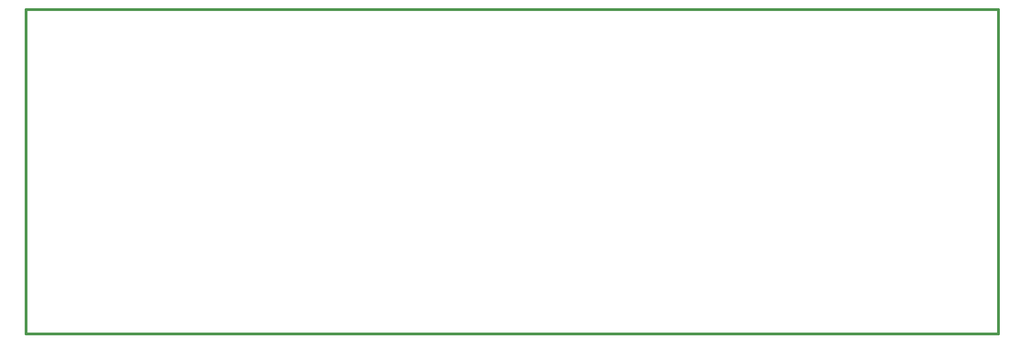
<source format=gbo>
G04 (created by PCBNEW-RS274X (2011-04-29 BZR 2986)-stable) date 5/31/2011 9:18:06 PM*
G01*
G70*
G90*
%MOIN*%
G04 Gerber Fmt 3.4, Leading zero omitted, Abs format*
%FSLAX34Y34*%
G04 APERTURE LIST*
%ADD10C,0.006000*%
%ADD11C,0.015000*%
G04 APERTURE END LIST*
G54D10*
G54D11*
X64567Y-25591D02*
X64567Y-05906D01*
X05512Y-25591D02*
X64567Y-25591D01*
X05512Y-05906D02*
X05512Y-25591D01*
X05512Y-05906D02*
X64567Y-05906D01*
M02*

</source>
